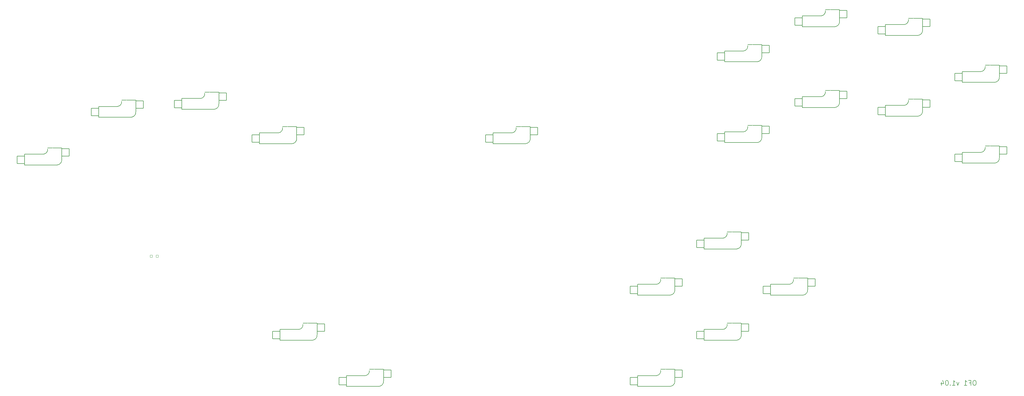
<source format=gbo>
%TF.GenerationSoftware,KiCad,Pcbnew,7.0.8*%
%TF.CreationDate,2024-02-11T15:23:41-08:00*%
%TF.ProjectId,OF1 v1,4f463120-7631-42e6-9b69-6361645f7063,rev?*%
%TF.SameCoordinates,Original*%
%TF.FileFunction,Legend,Bot*%
%TF.FilePolarity,Positive*%
%FSLAX46Y46*%
G04 Gerber Fmt 4.6, Leading zero omitted, Abs format (unit mm)*
G04 Created by KiCad (PCBNEW 7.0.8) date 2024-02-11 15:23:41*
%MOMM*%
%LPD*%
G01*
G04 APERTURE LIST*
G04 Aperture macros list*
%AMRoundRect*
0 Rectangle with rounded corners*
0 $1 Rounding radius*
0 $2 $3 $4 $5 $6 $7 $8 $9 X,Y pos of 4 corners*
0 Add a 4 corners polygon primitive as box body*
4,1,4,$2,$3,$4,$5,$6,$7,$8,$9,$2,$3,0*
0 Add four circle primitives for the rounded corners*
1,1,$1+$1,$2,$3*
1,1,$1+$1,$4,$5*
1,1,$1+$1,$6,$7*
1,1,$1+$1,$8,$9*
0 Add four rect primitives between the rounded corners*
20,1,$1+$1,$2,$3,$4,$5,0*
20,1,$1+$1,$4,$5,$6,$7,0*
20,1,$1+$1,$6,$7,$8,$9,0*
20,1,$1+$1,$8,$9,$2,$3,0*%
%AMFreePoly0*
4,1,17,0.425901,0.806901,0.806901,0.425901,0.825500,0.381000,0.825500,-0.381000,0.806901,-0.425901,0.425901,-0.806901,0.381000,-0.825500,-0.381000,-0.825500,-0.425901,-0.806901,-0.806901,-0.425901,-0.825500,-0.381000,-0.825500,0.381000,-0.806901,0.425901,-0.425901,0.806901,-0.381000,0.825500,0.381000,0.825500,0.425901,0.806901,0.425901,0.806901,$1*%
G04 Aperture macros list end*
%ADD10C,0.142240*%
%ADD11C,0.127000*%
%ADD12C,1.701800*%
%ADD13C,3.000000*%
%ADD14C,3.987800*%
%ADD15C,2.374900*%
%ADD16C,0.300000*%
%ADD17RoundRect,0.063500X1.275000X1.250000X-1.275000X1.250000X-1.275000X-1.250000X1.275000X-1.250000X0*%
%ADD18O,3.175000X1.651000*%
%ADD19FreePoly0,0.000000*%
%ADD20O,4.622800X2.374900*%
%ADD21C,9.000000*%
%ADD22C,8.000000*%
%ADD23C,8.500000*%
%ADD24C,0.650000*%
%ADD25C,0.777000*%
%ADD26O,0.877000X1.627000*%
%ADD27C,1.600000*%
%ADD28O,1.600000X1.600000*%
%ADD29C,2.100000*%
%ADD30C,1.500000*%
%ADD31O,3.327000X1.727000*%
%ADD32O,1.727000X3.327000*%
%ADD33RoundRect,0.063500X-0.400000X-0.400000X0.400000X-0.400000X0.400000X0.400000X-0.400000X0.400000X0*%
%ADD34O,2.227000X1.127000*%
%ADD35O,1.927000X1.127000*%
%ADD36O,1.651000X3.175000*%
G04 APERTURE END LIST*
D10*
X307706482Y-169910257D02*
X307394908Y-169910257D01*
X307394908Y-169910257D02*
X307239122Y-169988150D01*
X307239122Y-169988150D02*
X307083335Y-170143937D01*
X307083335Y-170143937D02*
X307005442Y-170455510D01*
X307005442Y-170455510D02*
X307005442Y-171000764D01*
X307005442Y-171000764D02*
X307083335Y-171312337D01*
X307083335Y-171312337D02*
X307239122Y-171468124D01*
X307239122Y-171468124D02*
X307394908Y-171546017D01*
X307394908Y-171546017D02*
X307706482Y-171546017D01*
X307706482Y-171546017D02*
X307862268Y-171468124D01*
X307862268Y-171468124D02*
X308018055Y-171312337D01*
X308018055Y-171312337D02*
X308095948Y-171000764D01*
X308095948Y-171000764D02*
X308095948Y-170455510D01*
X308095948Y-170455510D02*
X308018055Y-170143937D01*
X308018055Y-170143937D02*
X307862268Y-169988150D01*
X307862268Y-169988150D02*
X307706482Y-169910257D01*
X305759149Y-170689190D02*
X306304402Y-170689190D01*
X306304402Y-171546017D02*
X306304402Y-169910257D01*
X306304402Y-169910257D02*
X305525469Y-169910257D01*
X304045495Y-171546017D02*
X304980215Y-171546017D01*
X304512855Y-171546017D02*
X304512855Y-169910257D01*
X304512855Y-169910257D02*
X304668642Y-170143937D01*
X304668642Y-170143937D02*
X304824429Y-170299724D01*
X304824429Y-170299724D02*
X304980215Y-170377617D01*
X302253949Y-170455510D02*
X301864482Y-171546017D01*
X301864482Y-171546017D02*
X301475015Y-170455510D01*
X299995042Y-171546017D02*
X300929762Y-171546017D01*
X300462402Y-171546017D02*
X300462402Y-169910257D01*
X300462402Y-169910257D02*
X300618189Y-170143937D01*
X300618189Y-170143937D02*
X300773976Y-170299724D01*
X300773976Y-170299724D02*
X300929762Y-170377617D01*
X299294002Y-171390230D02*
X299216109Y-171468124D01*
X299216109Y-171468124D02*
X299294002Y-171546017D01*
X299294002Y-171546017D02*
X299371895Y-171468124D01*
X299371895Y-171468124D02*
X299294002Y-171390230D01*
X299294002Y-171390230D02*
X299294002Y-171546017D01*
X298203496Y-169910257D02*
X298047709Y-169910257D01*
X298047709Y-169910257D02*
X297891922Y-169988150D01*
X297891922Y-169988150D02*
X297814029Y-170066044D01*
X297814029Y-170066044D02*
X297736136Y-170221830D01*
X297736136Y-170221830D02*
X297658242Y-170533404D01*
X297658242Y-170533404D02*
X297658242Y-170922870D01*
X297658242Y-170922870D02*
X297736136Y-171234444D01*
X297736136Y-171234444D02*
X297814029Y-171390230D01*
X297814029Y-171390230D02*
X297891922Y-171468124D01*
X297891922Y-171468124D02*
X298047709Y-171546017D01*
X298047709Y-171546017D02*
X298203496Y-171546017D01*
X298203496Y-171546017D02*
X298359282Y-171468124D01*
X298359282Y-171468124D02*
X298437176Y-171390230D01*
X298437176Y-171390230D02*
X298515069Y-171234444D01*
X298515069Y-171234444D02*
X298592962Y-170922870D01*
X298592962Y-170922870D02*
X298592962Y-170533404D01*
X298592962Y-170533404D02*
X298515069Y-170221830D01*
X298515069Y-170221830D02*
X298437176Y-170066044D01*
X298437176Y-170066044D02*
X298359282Y-169988150D01*
X298359282Y-169988150D02*
X298203496Y-169910257D01*
X296256162Y-170455510D02*
X296256162Y-171546017D01*
X296645629Y-169832364D02*
X297035095Y-171000764D01*
X297035095Y-171000764D02*
X296022482Y-171000764D01*
D11*
%TO.C,U$15*%
X289826100Y-73773600D02*
X289826100Y-77710600D01*
X289826100Y-73773600D02*
X285000100Y-73773600D01*
X283603100Y-75932600D02*
X277126100Y-75932600D01*
X277126100Y-79615600D02*
X288302100Y-79615600D01*
X277126100Y-79615600D02*
X277126100Y-75932600D01*
X288302100Y-79615599D02*
G75*
G03*
X289826099Y-77710600I-190500J1714499D01*
G01*
X283603099Y-75932601D02*
G75*
G03*
X285000100Y-74154600I-190499J1587500D01*
G01*
%TO.C,U$11*%
X289826100Y-46163600D02*
X289826100Y-50100600D01*
X289826100Y-46163600D02*
X285000100Y-46163600D01*
X283603100Y-48322600D02*
X277126100Y-48322600D01*
X277126100Y-52005600D02*
X288302100Y-52005600D01*
X277126100Y-52005600D02*
X277126100Y-48322600D01*
X288302100Y-52005599D02*
G75*
G03*
X289826099Y-50100600I-190500J1714499D01*
G01*
X283603099Y-48322601D02*
G75*
G03*
X285000100Y-46544600I-190499J1587500D01*
G01*
%TO.C,U$17*%
X227938100Y-119133600D02*
X227938100Y-123070600D01*
X227938100Y-119133600D02*
X223112100Y-119133600D01*
X221715100Y-121292600D02*
X215238100Y-121292600D01*
X215238100Y-124975600D02*
X226414100Y-124975600D01*
X215238100Y-124975600D02*
X215238100Y-121292600D01*
X226414100Y-124975599D02*
G75*
G03*
X227938099Y-123070600I-190500J1714499D01*
G01*
X221715099Y-121292601D02*
G75*
G03*
X223112100Y-119514600I-190499J1587500D01*
G01*
%TO.C,U$6*%
X83118100Y-150318600D02*
X83118100Y-154255600D01*
X83118100Y-150318600D02*
X78292100Y-150318600D01*
X76895100Y-152477600D02*
X70418100Y-152477600D01*
X70418100Y-156160600D02*
X81594100Y-156160600D01*
X70418100Y-156160600D02*
X70418100Y-152477600D01*
X81594100Y-156160599D02*
G75*
G03*
X83118099Y-154255600I-190500J1714499D01*
G01*
X76895099Y-152477601D02*
G75*
G03*
X78292100Y-150699600I-190499J1587500D01*
G01*
%TO.C,U$20*%
X227938100Y-150318600D02*
X227938100Y-154255600D01*
X227938100Y-150318600D02*
X223112100Y-150318600D01*
X221715100Y-152477600D02*
X215238100Y-152477600D01*
X215238100Y-156160600D02*
X226414100Y-156160600D01*
X215238100Y-156160600D02*
X215238100Y-152477600D01*
X226414100Y-156160599D02*
G75*
G03*
X227938099Y-154255600I-190500J1714499D01*
G01*
X221715099Y-152477601D02*
G75*
G03*
X223112100Y-150699600I-190499J1587500D01*
G01*
%TO.C,U$10*%
X261471100Y-43188600D02*
X261471100Y-47125600D01*
X261471100Y-43188600D02*
X256645100Y-43188600D01*
X255248100Y-45347600D02*
X248771100Y-45347600D01*
X248771100Y-49030600D02*
X259947100Y-49030600D01*
X248771100Y-49030600D02*
X248771100Y-45347600D01*
X259947100Y-49030599D02*
G75*
G03*
X261471099Y-47125600I-190500J1714499D01*
G01*
X255248099Y-45347601D02*
G75*
G03*
X256645100Y-43569600I-190499J1587500D01*
G01*
%TO.C,U$13*%
X234953100Y-82793600D02*
X234953100Y-86730600D01*
X234953100Y-82793600D02*
X230127100Y-82793600D01*
X228730100Y-84952600D02*
X222253100Y-84952600D01*
X222253100Y-88635600D02*
X233429100Y-88635600D01*
X222253100Y-88635600D02*
X222253100Y-84952600D01*
X233429100Y-88635599D02*
G75*
G03*
X234953099Y-86730600I-190500J1714499D01*
G01*
X228730099Y-84952601D02*
G75*
G03*
X230127100Y-83174600I-190499J1587500D01*
G01*
%TO.C,U$1*%
X-4048900Y-90433600D02*
X-4048900Y-94370600D01*
X-4048900Y-90433600D02*
X-8874900Y-90433600D01*
X-10271900Y-92592600D02*
X-16748900Y-92592600D01*
X-16748900Y-96275600D02*
X-5572900Y-96275600D01*
X-16748900Y-96275600D02*
X-16748900Y-92592600D01*
X-5572900Y-96275599D02*
G75*
G03*
X-4048901Y-94370600I-190500J1714499D01*
G01*
X-10271901Y-92592601D02*
G75*
G03*
X-8874900Y-90814600I-190499J1587500D01*
G01*
%TO.C,U$21*%
X205251100Y-166088600D02*
X205251100Y-170025600D01*
X205251100Y-166088600D02*
X200425100Y-166088600D01*
X199028100Y-168247600D02*
X192551100Y-168247600D01*
X192551100Y-171930600D02*
X203727100Y-171930600D01*
X192551100Y-171930600D02*
X192551100Y-168247600D01*
X203727100Y-171930599D02*
G75*
G03*
X205251099Y-170025600I-190500J1714499D01*
G01*
X199028099Y-168247601D02*
G75*
G03*
X200425100Y-166469600I-190499J1587500D01*
G01*
%TO.C,U$2*%
X21231100Y-74130600D02*
X21231100Y-78067600D01*
X21231100Y-74130600D02*
X16405100Y-74130600D01*
X15008100Y-76289600D02*
X8531100Y-76289600D01*
X8531100Y-79972600D02*
X19707100Y-79972600D01*
X8531100Y-79972600D02*
X8531100Y-76289600D01*
X19707100Y-79972599D02*
G75*
G03*
X21231099Y-78067600I-190500J1714499D01*
G01*
X15008099Y-76289601D02*
G75*
G03*
X16405100Y-74511600I-190499J1587500D01*
G01*
%TO.C,U$4*%
X49587100Y-71404600D02*
X49587100Y-75341600D01*
X49587100Y-71404600D02*
X44761100Y-71404600D01*
X43364100Y-73563600D02*
X36887100Y-73563600D01*
X36887100Y-77246600D02*
X48063100Y-77246600D01*
X36887100Y-77246600D02*
X36887100Y-73563600D01*
X48063100Y-77246599D02*
G75*
G03*
X49587099Y-75341600I-190500J1714499D01*
G01*
X43364099Y-73563601D02*
G75*
G03*
X44761100Y-71785600I-190499J1587500D01*
G01*
%TO.C,U$7*%
X105806100Y-166087600D02*
X105806100Y-170024600D01*
X105806100Y-166087600D02*
X100980100Y-166087600D01*
X99583100Y-168246600D02*
X93106100Y-168246600D01*
X93106100Y-171929600D02*
X104282100Y-171929600D01*
X93106100Y-171929600D02*
X93106100Y-168246600D01*
X104282100Y-171929599D02*
G75*
G03*
X105806099Y-170024600I-190500J1714499D01*
G01*
X99583099Y-168246601D02*
G75*
G03*
X100980100Y-166468600I-190499J1587500D01*
G01*
%TO.C,U$19*%
X250595100Y-134903600D02*
X250595100Y-138840600D01*
X250595100Y-134903600D02*
X245769100Y-134903600D01*
X244372100Y-137062600D02*
X237895100Y-137062600D01*
X237895100Y-140745600D02*
X249071100Y-140745600D01*
X237895100Y-140745600D02*
X237895100Y-137062600D01*
X249071100Y-140745599D02*
G75*
G03*
X250595099Y-138840600I-190500J1714499D01*
G01*
X244372099Y-137062601D02*
G75*
G03*
X245769100Y-135284600I-190499J1587500D01*
G01*
%TO.C,U$5*%
X76159100Y-83167600D02*
X76159100Y-87104600D01*
X76159100Y-83167600D02*
X71333100Y-83167600D01*
X69936100Y-85326600D02*
X63459100Y-85326600D01*
X63459100Y-89009600D02*
X74635100Y-89009600D01*
X63459100Y-89009600D02*
X63459100Y-85326600D01*
X74635100Y-89009599D02*
G75*
G03*
X76159099Y-87104600I-190500J1714499D01*
G01*
X69936099Y-85326601D02*
G75*
G03*
X71333100Y-83548600I-190499J1587500D01*
G01*
%TO.C,U$18*%
X205251100Y-134903600D02*
X205251100Y-138840600D01*
X205251100Y-134903600D02*
X200425100Y-134903600D01*
X199028100Y-137062600D02*
X192551100Y-137062600D01*
X192551100Y-140745600D02*
X203727100Y-140745600D01*
X192551100Y-140745600D02*
X192551100Y-137062600D01*
X203727100Y-140745599D02*
G75*
G03*
X205251099Y-138840600I-190500J1714499D01*
G01*
X199028099Y-137062601D02*
G75*
G03*
X200425100Y-135284600I-190499J1587500D01*
G01*
%TO.C,U$16*%
X316049100Y-89809600D02*
X316049100Y-93746600D01*
X316049100Y-89809600D02*
X311223100Y-89809600D01*
X309826100Y-91968600D02*
X303349100Y-91968600D01*
X303349100Y-95651600D02*
X314525100Y-95651600D01*
X303349100Y-95651600D02*
X303349100Y-91968600D01*
X314525100Y-95651599D02*
G75*
G03*
X316049099Y-93746600I-190500J1714499D01*
G01*
X309826099Y-91968601D02*
G75*
G03*
X311223100Y-90190600I-190499J1587500D01*
G01*
%TO.C,U$12*%
X316049100Y-62199600D02*
X316049100Y-66136600D01*
X316049100Y-62199600D02*
X311223100Y-62199600D01*
X309826100Y-64358600D02*
X303349100Y-64358600D01*
X303349100Y-68041600D02*
X314525100Y-68041600D01*
X303349100Y-68041600D02*
X303349100Y-64358600D01*
X314525100Y-68041599D02*
G75*
G03*
X316049099Y-66136600I-190500J1714499D01*
G01*
X309826099Y-64358601D02*
G75*
G03*
X311223100Y-62580600I-190499J1587500D01*
G01*
%TO.C,U$9*%
X234953100Y-55184600D02*
X234953100Y-59121600D01*
X234953100Y-55184600D02*
X230127100Y-55184600D01*
X228730100Y-57343600D02*
X222253100Y-57343600D01*
X222253100Y-61026600D02*
X233429100Y-61026600D01*
X222253100Y-61026600D02*
X222253100Y-57343600D01*
X233429100Y-61026599D02*
G75*
G03*
X234953099Y-59121600I-190500J1714499D01*
G01*
X228730099Y-57343601D02*
G75*
G03*
X230127100Y-55565600I-190499J1587500D01*
G01*
%TO.C,U$14*%
X261471100Y-70798600D02*
X261471100Y-74735600D01*
X261471100Y-70798600D02*
X256645100Y-70798600D01*
X255248100Y-72957600D02*
X248771100Y-72957600D01*
X248771100Y-76640600D02*
X259947100Y-76640600D01*
X248771100Y-76640600D02*
X248771100Y-72957600D01*
X259947100Y-76640599D02*
G75*
G03*
X261471099Y-74735600I-190500J1714499D01*
G01*
X255248099Y-72957601D02*
G75*
G03*
X256645100Y-71179600I-190499J1587500D01*
G01*
%TO.C,U$8*%
X155891100Y-83167600D02*
X155891100Y-87104600D01*
X155891100Y-83167600D02*
X151065100Y-83167600D01*
X149668100Y-85326600D02*
X143191100Y-85326600D01*
X143191100Y-89009600D02*
X154367100Y-89009600D01*
X143191100Y-89009600D02*
X143191100Y-85326600D01*
X154367100Y-89009599D02*
G75*
G03*
X155891099Y-87104600I-190500J1714499D01*
G01*
X149668099Y-85326601D02*
G75*
G03*
X151065100Y-83548600I-190499J1587500D01*
G01*
%TD*%
%LPC*%
D12*
%TO.C,U$15*%
X287921100Y-72757600D03*
D13*
X286651100Y-75297600D03*
D14*
X282841100Y-72757600D03*
D13*
X280301100Y-77837600D03*
D12*
X277761100Y-72757600D03*
D15*
X279031100Y-70217600D03*
X285381100Y-67677600D03*
D16*
X291831100Y-76047600D03*
X291831100Y-74467600D03*
X291096100Y-75297600D03*
D17*
X291096100Y-75297600D03*
D16*
X290401100Y-76047600D03*
X290401100Y-74427600D03*
X276531100Y-78607600D03*
X276531100Y-77027600D03*
D17*
X275856100Y-77837600D03*
D16*
X275796100Y-77857600D03*
X275101100Y-78607600D03*
X275101100Y-76987600D03*
%TD*%
D12*
%TO.C,U$11*%
X287921100Y-45147600D03*
D13*
X286651100Y-47687600D03*
D14*
X282841100Y-45147600D03*
D13*
X280301100Y-50227600D03*
D12*
X277761100Y-45147600D03*
D15*
X279031100Y-42607600D03*
X285381100Y-40067600D03*
D16*
X291831100Y-48437600D03*
X291831100Y-46857600D03*
X291096100Y-47687600D03*
D17*
X291096100Y-47687600D03*
D16*
X290401100Y-48437600D03*
X290401100Y-46817600D03*
X276531100Y-50997600D03*
X276531100Y-49417600D03*
D17*
X275856100Y-50227600D03*
D16*
X275796100Y-50247600D03*
X275101100Y-50997600D03*
X275101100Y-49377600D03*
%TD*%
D12*
%TO.C,U$17*%
X226033100Y-118117600D03*
D13*
X224763100Y-120657600D03*
D14*
X220953100Y-118117600D03*
D13*
X218413100Y-123197600D03*
D12*
X215873100Y-118117600D03*
D15*
X217143100Y-115577600D03*
X223493100Y-113037600D03*
D16*
X229943100Y-121407600D03*
X229943100Y-119827600D03*
X229208100Y-120657600D03*
D17*
X229208100Y-120657600D03*
D16*
X228513100Y-121407600D03*
X228513100Y-119787600D03*
X214643100Y-123967600D03*
X214643100Y-122387600D03*
D17*
X213968100Y-123197600D03*
D16*
X213908100Y-123217600D03*
X213213100Y-123967600D03*
X213213100Y-122347600D03*
%TD*%
D12*
%TO.C,U$6*%
X81213100Y-149302600D03*
D13*
X79943100Y-151842600D03*
D14*
X76133100Y-149302600D03*
D13*
X73593100Y-154382600D03*
D12*
X71053100Y-149302600D03*
D15*
X72323100Y-146762600D03*
X78673100Y-144222600D03*
D16*
X85123100Y-152592600D03*
X85123100Y-151012600D03*
X84388100Y-151842600D03*
D17*
X84388100Y-151842600D03*
D16*
X83693100Y-152592600D03*
X83693100Y-150972600D03*
X69823100Y-155152600D03*
X69823100Y-153572600D03*
D17*
X69148100Y-154382600D03*
D16*
X69088100Y-154402600D03*
X68393100Y-155152600D03*
X68393100Y-153532600D03*
%TD*%
D12*
%TO.C,U$20*%
X226033100Y-149302600D03*
D13*
X224763100Y-151842600D03*
D14*
X220953100Y-149302600D03*
D13*
X218413100Y-154382600D03*
D12*
X215873100Y-149302600D03*
D15*
X217143100Y-146762600D03*
X223493100Y-144222600D03*
D16*
X229943100Y-152592600D03*
X229943100Y-151012600D03*
X229208100Y-151842600D03*
D17*
X229208100Y-151842600D03*
D16*
X228513100Y-152592600D03*
X228513100Y-150972600D03*
X214643100Y-155152600D03*
X214643100Y-153572600D03*
D17*
X213968100Y-154382600D03*
D16*
X213908100Y-154402600D03*
X213213100Y-155152600D03*
X213213100Y-153532600D03*
%TD*%
D12*
%TO.C,U$10*%
X259566100Y-42172600D03*
D13*
X258296100Y-44712600D03*
D14*
X254486100Y-42172600D03*
D13*
X251946100Y-47252600D03*
D12*
X249406100Y-42172600D03*
D15*
X250676100Y-39632600D03*
X257026100Y-37092600D03*
D16*
X263476100Y-45462600D03*
X263476100Y-43882600D03*
X262741100Y-44712600D03*
D17*
X262741100Y-44712600D03*
D16*
X262046100Y-45462600D03*
X262046100Y-43842600D03*
X248176100Y-48022600D03*
X248176100Y-46442600D03*
D17*
X247501100Y-47252600D03*
D16*
X247441100Y-47272600D03*
X246746100Y-48022600D03*
X246746100Y-46402600D03*
%TD*%
D12*
%TO.C,U$13*%
X233048100Y-81777600D03*
D13*
X231778100Y-84317600D03*
D14*
X227968100Y-81777600D03*
D13*
X225428100Y-86857600D03*
D12*
X222888100Y-81777600D03*
D15*
X224158100Y-79237600D03*
X230508100Y-76697600D03*
D16*
X236958100Y-85067600D03*
X236958100Y-83487600D03*
X236223100Y-84317600D03*
D17*
X236223100Y-84317600D03*
D16*
X235528100Y-85067600D03*
X235528100Y-83447600D03*
X221658100Y-87627600D03*
X221658100Y-86047600D03*
D17*
X220983100Y-86857600D03*
D16*
X220923100Y-86877600D03*
X220228100Y-87627600D03*
X220228100Y-86007600D03*
%TD*%
D12*
%TO.C,U$1*%
X-5953900Y-89417600D03*
D13*
X-7223900Y-91957600D03*
D14*
X-11033900Y-89417600D03*
D13*
X-13573900Y-94497600D03*
D12*
X-16113900Y-89417600D03*
D15*
X-14843900Y-86877600D03*
X-8493900Y-84337600D03*
D16*
X-2043900Y-92707600D03*
X-2043900Y-91127600D03*
X-2778900Y-91957600D03*
D17*
X-2778900Y-91957600D03*
D16*
X-3473900Y-92707600D03*
X-3473900Y-91087600D03*
X-17343900Y-95267600D03*
X-17343900Y-93687600D03*
D17*
X-18018900Y-94497600D03*
D16*
X-18078900Y-94517600D03*
X-18773900Y-95267600D03*
X-18773900Y-93647600D03*
%TD*%
D12*
%TO.C,U$21*%
X203346100Y-165072600D03*
D13*
X202076100Y-167612600D03*
D14*
X198266100Y-165072600D03*
D13*
X195726100Y-170152600D03*
D12*
X193186100Y-165072600D03*
D15*
X194456100Y-162532600D03*
X200806100Y-159992600D03*
D16*
X207256100Y-168362600D03*
X207256100Y-166782600D03*
X206521100Y-167612600D03*
D17*
X206521100Y-167612600D03*
D16*
X205826100Y-168362600D03*
X205826100Y-166742600D03*
X191956100Y-170922600D03*
X191956100Y-169342600D03*
D17*
X191281100Y-170152600D03*
D16*
X191221100Y-170172600D03*
X190526100Y-170922600D03*
X190526100Y-169302600D03*
%TD*%
D12*
%TO.C,U$2*%
X19326100Y-73114600D03*
D13*
X18056100Y-75654600D03*
D14*
X14246100Y-73114600D03*
D13*
X11706100Y-78194600D03*
D12*
X9166100Y-73114600D03*
D15*
X10436100Y-70574600D03*
X16786100Y-68034600D03*
D16*
X23236100Y-76404600D03*
X23236100Y-74824600D03*
X22501100Y-75654600D03*
D17*
X22501100Y-75654600D03*
D16*
X21806100Y-76404600D03*
X21806100Y-74784600D03*
X7936100Y-78964600D03*
X7936100Y-77384600D03*
D17*
X7261100Y-78194600D03*
D16*
X7201100Y-78214600D03*
X6506100Y-78964600D03*
X6506100Y-77344600D03*
%TD*%
D12*
%TO.C,U$4*%
X47682100Y-70388600D03*
D13*
X46412100Y-72928600D03*
D14*
X42602100Y-70388600D03*
D13*
X40062100Y-75468600D03*
D12*
X37522100Y-70388600D03*
D15*
X38792100Y-67848600D03*
X45142100Y-65308600D03*
D16*
X51592100Y-73678600D03*
X51592100Y-72098600D03*
X50857100Y-72928600D03*
D17*
X50857100Y-72928600D03*
D16*
X50162100Y-73678600D03*
X50162100Y-72058600D03*
X36292100Y-76238600D03*
X36292100Y-74658600D03*
D17*
X35617100Y-75468600D03*
D16*
X35557100Y-75488600D03*
X34862100Y-76238600D03*
X34862100Y-74618600D03*
%TD*%
D12*
%TO.C,U$7*%
X103901100Y-165071600D03*
D13*
X102631100Y-167611600D03*
D14*
X98821100Y-165071600D03*
D13*
X96281100Y-170151600D03*
D12*
X93741100Y-165071600D03*
D15*
X95011100Y-162531600D03*
X101361100Y-159991600D03*
D16*
X107811100Y-168361600D03*
X107811100Y-166781600D03*
X107076100Y-167611600D03*
D17*
X107076100Y-167611600D03*
D16*
X106381100Y-168361600D03*
X106381100Y-166741600D03*
X92511100Y-170921600D03*
X92511100Y-169341600D03*
D17*
X91836100Y-170151600D03*
D16*
X91776100Y-170171600D03*
X91081100Y-170921600D03*
X91081100Y-169301600D03*
%TD*%
D12*
%TO.C,U$19*%
X248690100Y-133887600D03*
D13*
X247420100Y-136427600D03*
D14*
X243610100Y-133887600D03*
D13*
X241070100Y-138967600D03*
D12*
X238530100Y-133887600D03*
D15*
X239800100Y-131347600D03*
X246150100Y-128807600D03*
D16*
X252600100Y-137177600D03*
X252600100Y-135597600D03*
X251865100Y-136427600D03*
D17*
X251865100Y-136427600D03*
D16*
X251170100Y-137177600D03*
X251170100Y-135557600D03*
X237300100Y-139737600D03*
X237300100Y-138157600D03*
D17*
X236625100Y-138967600D03*
D16*
X236565100Y-138987600D03*
X235870100Y-139737600D03*
X235870100Y-138117600D03*
%TD*%
D12*
%TO.C,U$5*%
X74254100Y-82151600D03*
D13*
X72984100Y-84691600D03*
D14*
X69174100Y-82151600D03*
D13*
X66634100Y-87231600D03*
D12*
X64094100Y-82151600D03*
D15*
X65364100Y-79611600D03*
X71714100Y-77071600D03*
D16*
X78164100Y-85441600D03*
X78164100Y-83861600D03*
X77429100Y-84691600D03*
D17*
X77429100Y-84691600D03*
D16*
X76734100Y-85441600D03*
X76734100Y-83821600D03*
X62864100Y-88001600D03*
X62864100Y-86421600D03*
D17*
X62189100Y-87231600D03*
D16*
X62129100Y-87251600D03*
X61434100Y-88001600D03*
X61434100Y-86381600D03*
%TD*%
D12*
%TO.C,U$18*%
X203346100Y-133887600D03*
D13*
X202076100Y-136427600D03*
D14*
X198266100Y-133887600D03*
D13*
X195726100Y-138967600D03*
D12*
X193186100Y-133887600D03*
D15*
X194456100Y-131347600D03*
X200806100Y-128807600D03*
D16*
X207256100Y-137177600D03*
X207256100Y-135597600D03*
X206521100Y-136427600D03*
D17*
X206521100Y-136427600D03*
D16*
X205826100Y-137177600D03*
X205826100Y-135557600D03*
X191956100Y-139737600D03*
X191956100Y-138157600D03*
D17*
X191281100Y-138967600D03*
D16*
X191221100Y-138987600D03*
X190526100Y-139737600D03*
X190526100Y-138117600D03*
%TD*%
D12*
%TO.C,U$16*%
X314144100Y-88793600D03*
D13*
X312874100Y-91333600D03*
D14*
X309064100Y-88793600D03*
D13*
X306524100Y-93873600D03*
D12*
X303984100Y-88793600D03*
D15*
X305254100Y-86253600D03*
X311604100Y-83713600D03*
D16*
X318054100Y-92083600D03*
X318054100Y-90503600D03*
X317319100Y-91333600D03*
D17*
X317319100Y-91333600D03*
D16*
X316624100Y-92083600D03*
X316624100Y-90463600D03*
X302754100Y-94643600D03*
X302754100Y-93063600D03*
D17*
X302079100Y-93873600D03*
D16*
X302019100Y-93893600D03*
X301324100Y-94643600D03*
X301324100Y-93023600D03*
%TD*%
D12*
%TO.C,U$12*%
X314144100Y-61183600D03*
D13*
X312874100Y-63723600D03*
D14*
X309064100Y-61183600D03*
D13*
X306524100Y-66263600D03*
D12*
X303984100Y-61183600D03*
D15*
X305254100Y-58643600D03*
X311604100Y-56103600D03*
D16*
X318054100Y-64473600D03*
X318054100Y-62893600D03*
X317319100Y-63723600D03*
D17*
X317319100Y-63723600D03*
D16*
X316624100Y-64473600D03*
X316624100Y-62853600D03*
X302754100Y-67033600D03*
X302754100Y-65453600D03*
D17*
X302079100Y-66263600D03*
D16*
X302019100Y-66283600D03*
X301324100Y-67033600D03*
X301324100Y-65413600D03*
%TD*%
D12*
%TO.C,U$9*%
X233048100Y-54168600D03*
D13*
X231778100Y-56708600D03*
D14*
X227968100Y-54168600D03*
D13*
X225428100Y-59248600D03*
D12*
X222888100Y-54168600D03*
D15*
X224158100Y-51628600D03*
X230508100Y-49088600D03*
D16*
X236958100Y-57458600D03*
X236958100Y-55878600D03*
X236223100Y-56708600D03*
D17*
X236223100Y-56708600D03*
D16*
X235528100Y-57458600D03*
X235528100Y-55838600D03*
X221658100Y-60018600D03*
X221658100Y-58438600D03*
D17*
X220983100Y-59248600D03*
D16*
X220923100Y-59268600D03*
X220228100Y-60018600D03*
X220228100Y-58398600D03*
%TD*%
D12*
%TO.C,U$14*%
X259566100Y-69782600D03*
D13*
X258296100Y-72322600D03*
D14*
X254486100Y-69782600D03*
D13*
X251946100Y-74862600D03*
D12*
X249406100Y-69782600D03*
D15*
X250676100Y-67242600D03*
X257026100Y-64702600D03*
D16*
X263476100Y-73072600D03*
X263476100Y-71492600D03*
X262741100Y-72322600D03*
D17*
X262741100Y-72322600D03*
D16*
X262046100Y-73072600D03*
X262046100Y-71452600D03*
X248176100Y-75632600D03*
X248176100Y-74052600D03*
D17*
X247501100Y-74862600D03*
D16*
X247441100Y-74882600D03*
X246746100Y-75632600D03*
X246746100Y-74012600D03*
%TD*%
D12*
%TO.C,U$8*%
X153986100Y-82151600D03*
D13*
X152716100Y-84691600D03*
D14*
X148906100Y-82151600D03*
D13*
X146366100Y-87231600D03*
D12*
X143826100Y-82151600D03*
D15*
X145096100Y-79611600D03*
X151446100Y-77071600D03*
D16*
X157896100Y-85441600D03*
X157896100Y-83861600D03*
X157161100Y-84691600D03*
D17*
X157161100Y-84691600D03*
D16*
X156466100Y-85441600D03*
X156466100Y-83821600D03*
X142596100Y-88001600D03*
X142596100Y-86421600D03*
D17*
X141921100Y-87231600D03*
D16*
X141861100Y-87251600D03*
X141166100Y-88001600D03*
X141166100Y-86381600D03*
%TD*%
D18*
%TO.C,J4*%
X142745065Y-111563600D03*
X142745065Y-109023600D03*
X142745065Y-106483600D03*
X142745065Y-103943600D03*
%TD*%
D19*
%TO.C,JP11*%
X264501100Y-79753600D03*
%TD*%
%TO.C,JP10*%
X238501100Y-87753600D03*
%TD*%
%TO.C,JP5*%
X81501100Y-88753600D03*
%TD*%
D20*
%TO.C,D1*%
X151881100Y-65753600D03*
X167121100Y-65753600D03*
%TD*%
D21*
%TO.C,@HOLE11*%
X174501100Y-45253600D03*
%TD*%
D22*
%TO.C,@HOLE8*%
X184501100Y-71753600D03*
%TD*%
D13*
%TO.C,@HOLE0*%
X68501100Y-166753600D03*
%TD*%
D19*
%TO.C,JP18*%
X211501100Y-133753600D03*
%TD*%
D22*
%TO.C,@HOLE9*%
X136501100Y-160753600D03*
%TD*%
D19*
%TO.C,JP6*%
X86501100Y-158753600D03*
%TD*%
D23*
%TO.C,@HOLE14*%
X122501100Y-131553600D03*
%TD*%
D19*
%TO.C,JP14*%
X311501100Y-72753600D03*
%TD*%
%TO.C,JP4*%
X54501100Y-78753600D03*
%TD*%
%TO.C,JP9*%
X241501100Y-60753600D03*
%TD*%
D24*
%TO.C,J2*%
X151168981Y-34593600D03*
X143818981Y-34593600D03*
D25*
X144768981Y-33943600D03*
X145168981Y-33243600D03*
X145968981Y-33243600D03*
X146368981Y-33943600D03*
X146768981Y-33243600D03*
X147168981Y-33943600D03*
X147968981Y-33943600D03*
X148368981Y-33243600D03*
X148768981Y-33943600D03*
X149168981Y-33243600D03*
X149968981Y-33243600D03*
X150368981Y-33943600D03*
D26*
X151698981Y-33343600D03*
X143438981Y-33343600D03*
X152058981Y-28953600D03*
X143078981Y-28953600D03*
%TD*%
D19*
%TO.C,JP16*%
X291501100Y-83753600D03*
%TD*%
D21*
%TO.C,@HOLE13*%
X30301100Y-43453600D03*
%TD*%
D13*
%TO.C,@HOLE1*%
X284501100Y-147753600D03*
%TD*%
D19*
%TO.C,JP20*%
X235501100Y-150753600D03*
%TD*%
%TO.C,JP13*%
X294501100Y-54753600D03*
%TD*%
%TO.C,JP17*%
X236501100Y-125753600D03*
%TD*%
%TO.C,JP12*%
X268501100Y-39753600D03*
%TD*%
D13*
%TO.C,@HOLE2*%
X-19498900Y-154753600D03*
%TD*%
D27*
%TO.C,R3*%
X151781476Y-59692391D03*
D28*
X159401476Y-59692391D03*
%TD*%
D29*
%TO.C,J1*%
X21801100Y-128253600D03*
X21801100Y-175253600D03*
D30*
X24776100Y-127753600D03*
X25076100Y-130783600D03*
X29926100Y-130783600D03*
X30226100Y-127753600D03*
D29*
X33201100Y-128253600D03*
X33201100Y-175253600D03*
D31*
X37191100Y-137783600D03*
X37191100Y-135243600D03*
X37191100Y-140323600D03*
X37191100Y-145403600D03*
X17811100Y-132703600D03*
X17811100Y-145403600D03*
X17811100Y-158103600D03*
X17811100Y-170803600D03*
D32*
X27501100Y-176453600D03*
D31*
X37191100Y-170803600D03*
X37191100Y-158103600D03*
X37191100Y-132703600D03*
X17811100Y-127623600D03*
X17811100Y-130163600D03*
X17811100Y-135243600D03*
X17811100Y-137783600D03*
X17811100Y-140323600D03*
X17811100Y-142863600D03*
X17811100Y-147943600D03*
X17811100Y-150483600D03*
X17811100Y-153023600D03*
X17811100Y-155563600D03*
X17811100Y-160643600D03*
X17811100Y-163183600D03*
X17811100Y-165723600D03*
X17811100Y-168263600D03*
X17811100Y-173343600D03*
X17811100Y-175883600D03*
X37191100Y-175883600D03*
X37191100Y-173343600D03*
X37191100Y-168263600D03*
X37191100Y-165723600D03*
X37191100Y-163183600D03*
X37191100Y-160643600D03*
X37191100Y-155563600D03*
X37191100Y-150483600D03*
X37191100Y-147943600D03*
X37191100Y-142863600D03*
X37191100Y-153023600D03*
D32*
X24961100Y-176453600D03*
X30041100Y-176453600D03*
D33*
X28501100Y-127453600D03*
X26501100Y-127453600D03*
D31*
X37191100Y-127623600D03*
X37191100Y-130163600D03*
%TD*%
D19*
%TO.C,JP15*%
X313501100Y-100753600D03*
%TD*%
D13*
%TO.C,@HOLE10*%
X119501100Y-59753600D03*
%TD*%
D21*
%TO.C,@HOLE15*%
X256501100Y-161753600D03*
%TD*%
D22*
%TO.C,@HOLE6*%
X-13498900Y-143753600D03*
%TD*%
D13*
%TO.C,@HOLE16*%
X71501100Y-125753600D03*
%TD*%
%TO.C,@HOLE3*%
X182501100Y-126753600D03*
%TD*%
D21*
%TO.C,@HOLE12*%
X-11098900Y-108953600D03*
%TD*%
D22*
%TO.C,@HOLE4*%
X268501100Y-54753600D03*
%TD*%
D19*
%TO.C,JP7*%
X112501100Y-161753600D03*
%TD*%
D24*
%TO.C,J5*%
X122579393Y-105081075D03*
X122579393Y-110861075D03*
D34*
X123079393Y-103651075D03*
D35*
X118899393Y-103651075D03*
D34*
X123079393Y-112291075D03*
D35*
X118899393Y-112291075D03*
%TD*%
D19*
%TO.C,JP2*%
X2501100Y-96753600D03*
%TD*%
%TO.C,JP8*%
X156501100Y-94753600D03*
%TD*%
%TO.C,JP21*%
X183501100Y-171753600D03*
%TD*%
%TO.C,JP19*%
X257501100Y-141753600D03*
%TD*%
D36*
%TO.C,J3*%
X162151100Y-32753600D03*
X164691100Y-32753600D03*
X167231100Y-32753600D03*
X169771100Y-32753600D03*
X172311100Y-32753600D03*
X174851100Y-32753600D03*
%TD*%
D22*
%TO.C,@HOLE5*%
X276501100Y-158753600D03*
%TD*%
D27*
%TO.C,R1*%
X151826963Y-53595091D03*
D28*
X159446963Y-53595091D03*
%TD*%
D22*
%TO.C,@HOLE7*%
X65501100Y-49753600D03*
%TD*%
D19*
%TO.C,JP3*%
X17501100Y-85753600D03*
%TD*%
%LPD*%
M02*

</source>
